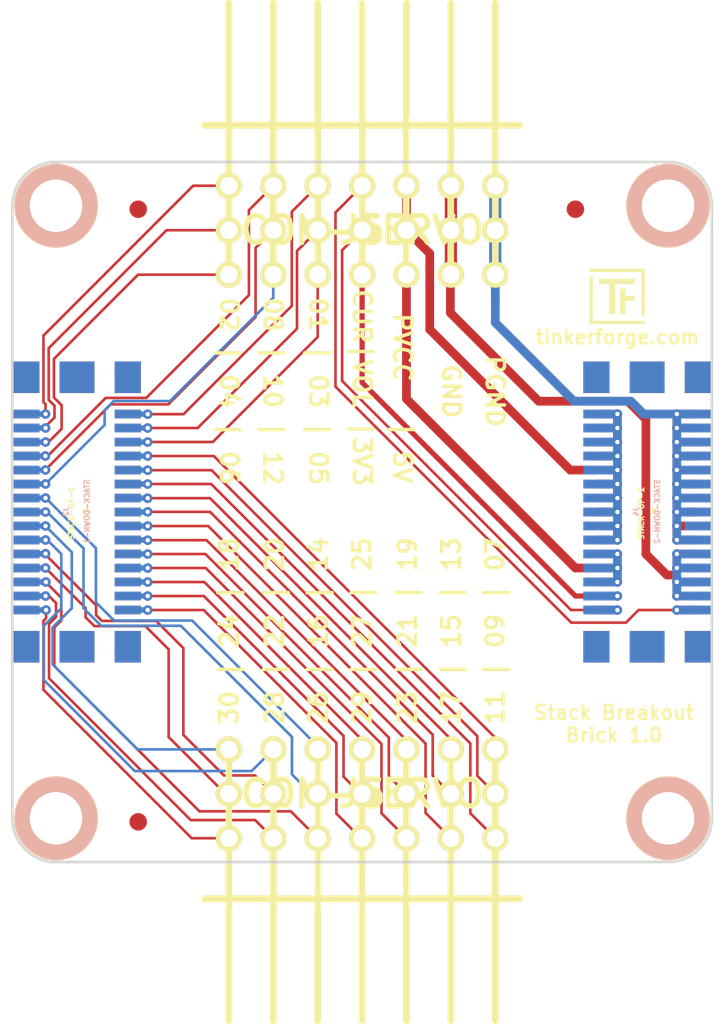
<source format=kicad_pcb>
(kicad_pcb (version 20221018) (generator pcbnew)
  (title_block (title "Stack Breakout Brick") (date "2017-03-02") (rev "1.0") (company "Tinkerforge GmbH") (comment 1 "Licensed under CERN OHL v.1.1") (comment 2 "Copyright (©) 2017, L.Lauer <lukas.lauer@fh-bielefeld.de>"))
  (layers (0 "F.Cu" signal) (31 "B.Cu" signal) (34 "B.Paste" user) (35 "F.Paste" user) (36 "B.SilkS" user "B.Silkscreen") (37 "F.SilkS" user "F.Silkscreen") (38 "B.Mask" user) (39 "F.Mask" user) (44 "Edge.Cuts" user))
  (net 0 "")
  (net 1 "GND")
  (net 2 "EX-1-GP02")
  (net 3 "EX-1-GP01")
  (net 4 "EX-1-GP00")
  (net 5 "EX-0-GP02")
  (net 6 "EX-0-GP01")
  (net 7 "EX-0-GP00")
  (net 8 "EX-SPI-SCLK")
  (net 9 "EX-SPI-MOSI")
  (net 10 "EX-SPI-MISO")
  (net 11 "SYNC/GP/TCK")
  (net 12 "DETECT/TMS")
  (net 13 "RESET")
  (net 14 "SPI-SCLK")
  (net 15 "SPI-MOSI")
  (net 16 "SPI-MISO")
  (net 17 "I2C-SDA")
  (net 18 "I2C-SCL")
  (net 19 "SEL-00")
  (net 20 "SEL-01")
  (net 21 "SEL-02")
  (net 22 "SEL-03")
  (net 23 "SEL-04")
  (net 24 "SEL-05")
  (net 25 "SEL-06")
  (net 26 "SEL-07")
  (net 27 "EX-SEL-00")
  (net 28 "EX-SEL-01")
  (net 29 "EX-SER2-RXD")
  (net 30 "EX-SER2-TXD")
  (net 31 "EX-SER2-RTS")
  (net 32 "CURRENT")
  (net 33 "STACK-PGND")
  (net 34 "STACK-PVCC")
  (net 35 "5V")
  (net 36 "3V3")
  (net 37 "VOLTAGE")
  (footprint "BTB08-ACS-TOP" (layer "F.Cu") (at 123.2 100.8 90)
    (fp_text reference "J1")
    (fp_text value "STACK-UP-1")
  )
  (footprint "BTB08-ACS-TOP" (layer "F.Cu") (at 155.8 100.8 90)
    (fp_text reference "J3")
    (fp_text value "STACK-UP-2")
  )
  (footprint "DRILL_NP" (layer "F.Cu") (at 122 83.3)
    (fp_text reference "U1" hide)
    (fp_text value "DRILL" hide)
  )
  (footprint "DRILL_NP" (layer "F.Cu") (at 157 83.3)
    (fp_text reference "U2" hide)
    (fp_text value "DRILL" hide)
  )
  (footprint "DRILL_NP" (layer "F.Cu") (at 122 118.3)
    (fp_text reference "U3" hide)
    (fp_text value "DRILL" hide)
  )
  (footprint "DRILL_NP" (layer "F.Cu") (at 157 118.3)
    (fp_text reference "U4" hide)
    (fp_text value "DRILL" hide)
  )
  (footprint "CON-Servo" (layer "F.Cu") (at 139.5 116.9)
    (fp_text reference "J5")
    (fp_text value "CON-SERVO")
  )
  (footprint "CON-Servo" (layer "F.Cu") (at 139.5 84.7 180)
    (fp_text reference "J6")
    (fp_text value "CON-SERVO")
  )
  (footprint "kicad-libraries:Logo_31x31" (layer "F.Cu") (at 152.5 86.9)
    (fp_text reference "G***" hide)
    (fp_text value "Logo_31x31" hide)
  )
  (footprint "kicad-libraries:Fiducial_Mark" (layer "F.Cu") (at 126.7 118.5)
    (fp_text reference "Fiducial_Mark" hide)
    (fp_text value "VAL**" hide)
  )
  (footprint "kicad-libraries:Fiducial_Mark" (layer "F.Cu") (at 151.7 83.5)
    (fp_text reference "Fiducial_Mark" hide)
    (fp_text value "VAL**" hide)
  )
  (footprint "kicad-libraries:Fiducial_Mark" (layer "F.Cu") (at 126.7 83.5)
    (fp_text reference "Fiducial_Mark" hide)
    (fp_text value "VAL**" hide)
  )
  (footprint "BTB08-ACS-BTM" (layer "B.Cu") (at 123.2 100.8 -90)
    (fp_text reference "J2")
    (fp_text value "STACK-DOWN-1")
  )
  (footprint "BTB08-ACS-BTM" (layer "B.Cu") (at 155.8 100.8 -90)
    (fp_text reference "J4")
    (fp_text value "STACK-DOWN-2")
  )
  (gr_arc (start 122 120.8) (mid 120.232233 120.067767) (end 119.5 118.3) (stroke (width 0.15)) (layer "Edge.Cuts"))
  (gr_line (start 159.5 83.3) (end 159.5 118.3) (stroke (width 0.15)) (layer "Edge.Cuts"))
  (gr_line (start 122 80.8) (end 157 80.8) (stroke (width 0.15)) (layer "Edge.Cuts"))
  (gr_line (start 119.5 118.3) (end 119.5 83.3) (stroke (width 0.15)) (layer "Edge.Cuts"))
  (gr_arc (start 157 80.8) (mid 158.767767 81.532233) (end 159.5 83.3) (stroke (width 0.15)) (layer "Edge.Cuts"))
  (gr_arc (start 159.5 118.3) (mid 158.767767 120.067767) (end 157 120.8) (stroke (width 0.15)) (layer "Edge.Cuts"))
  (gr_arc (start 119.5 83.3) (mid 120.232233 81.532233) (end 122 80.8) (stroke (width 0.15)) (layer "Edge.Cuts"))
  (gr_line (start 157 120.8) (end 122 120.8) (stroke (width 0.15)) (layer "Edge.Cuts"))
  (gr_text "28 | 22 | 20" (at 134.5 107.6 90) (layer "F.SilkS") (effects (font (size 1 1) (thickness 0.2))))
  (gr_text "CUR|VOL |3V3" (at 139.5 93.7 270) (layer "F.SilkS") (effects (font (size 1 1) (thickness 0.2))))
  (gr_text "01 | 03 | 05" (at 137 93.9 270) (layer "F.SilkS") (effects (font (size 1 1) (thickness 0.2))))
  (gr_text "11 | 09 | 07" (at 147.1 107.6 90) (layer "F.SilkS") (effects (font (size 1 1) (thickness 0.2))))
  (gr_text "PGND" (at 147.1 93.9 270) (layer "F.SilkS") (effects (font (size 1 1) (thickness 0.2))))
  (gr_text "08 | 10 | 12" (at 134.4 93.9 270) (layer "F.SilkS") (effects (font (size 1 1) (thickness 0.2))))
  (gr_text "30 | 24 | 18" (at 131.9 107.6 90) (layer "F.SilkS") (effects (font (size 1 1) (thickness 0.2))))
  (gr_text "17 | 15 | 13" (at 144.6 107.6 90) (layer "F.SilkS") (effects (font (size 1 1) (thickness 0.2))))
  (gr_text "02 | 04 | 06" (at 131.9 93.9 270) (layer "F.SilkS") (effects (font (size 1 1) (thickness 0.2))))
  (gr_text "29 | 27 | 25" (at 139.5 107.6 90) (layer "F.SilkS") (effects (font (size 1 1) (thickness 0.2))))
  (gr_text "Stack Breakout\nBrick 1.0" (at 153.9 112.9) (layer "F.SilkS") (effects (font (size 0.8 0.8))))
  (gr_text "GND" (at 144.6 93.9 270) (layer "F.SilkS") (effects (font (size 1 1) (thickness 0.2))))
  (gr_text "23 | 21 | 19" (at 142.1 107.6 90) (layer "F.SilkS") (effects (font (size 1 1) (thickness 0.2))))
  (gr_text "PVCC   | 5V" (at 141.8 94.3 270) (layer "F.SilkS") (effects (font (size 1 1) (thickness 0.2))))
  (gr_text "26 | 16 | 14" (at 137 107.6 90) (layer "F.SilkS") (effects (font (size 1 1) (thickness 0.2))))
  (gr_text "tinkerforge.com" (at 154.1 90.8) (layer "F.SilkS") (effects (font (size 0.8 0.8))))
  (segment (start 157.50194 105.59806) (end 157.5 105.59612) (width 0.5) (layer "F.Cu") (net 1))
  (segment (start 157.5 105.59612) (end 157.5 104.4) (width 0.5) (layer "F.Cu") (net 1))
  (segment (start 157.5 103.2) (end 157.50224 103.19776) (width 0.5) (layer "F.Cu") (net 1))
  (segment (start 157.5 104.4) (end 157.5 103.2) (width 0.5) (layer "F.Cu") (net 1))
  (segment (start 156.93 104.4) (end 155.73 103.2) (width 0.5) (layer "F.Cu") (net 1))
  (segment (start 155.73 103.2) (end 155.73 95.5) (width 0.5) (layer "F.Cu") (net 1))
  (segment (start 155.73 95.5) (end 154.7 94.47) (width 0.5) (layer "F.Cu") (net 1))
  (segment (start 154.7 94.47) (end 149.6 94.47) (width 0.5) (layer "F.Cu") (net 1))
  (segment (start 149.6 94.47) (end 144.55 89.42) (width 0.5) (layer "F.Cu") (net 1))
  (segment (start 144.55 89.42) (end 144.55 87.25) (width 0.5) (layer "F.Cu") (net 1))
  (segment (start 144.57746 84.7) (end 144.57746 82.16254) (width 0.7) (layer "F.Cu") (net 1))
  (segment (start 157.5 104.4) (end 156.93 104.4) (width 0.5) (layer "F.Cu") (net 1))
  (segment (start 158.69814 105.59806) (end 157.50194 105.59806) (width 0.5) (layer "F.Cu") (net 1))
  (segment (start 158.69814 104.79796) (end 157.5 104.79796) (width 0.5) (layer "F.Cu") (net 1))
  (segment (start 158.69814 103.19776) (end 157.50224 103.19776) (width 0.5) (layer "F.Cu") (net 1))
  (segment (start 144.57746 87.23746) (end 144.57746 84.7) (width 0.7) (layer "F.Cu") (net 1))
  (segment (start 158.69814 103.99786) (end 157.5 103.99786) (width 0.5) (layer "F.Cu") (net 1))
  (via (at 157.5 104.79796) (size 0.55) (drill 0.25) (layers "F.Cu" "B.Cu") (net 1))
  (via (at 157.50194 105.59806) (size 0.55) (drill 0.25) (layers "F.Cu" "B.Cu") (net 1))
  (via (at 157.5 103.99786) (size 0.55) (drill 0.25) (layers "F.Cu" "B.Cu") (net 1))
  (via (at 157.50224 103.19776) (size 0.55) (drill 0.25) (layers "F.Cu" "B.Cu") (net 1))
  (segment (start 157.50224 103.19776) (end 157.5 103.2) (width 0.5) (layer "B.Cu") (net 1))
  (segment (start 157.5 103.99786) (end 157.5 104) (width 0.5) (layer "B.Cu") (net 1))
  (segment (start 157.5 104.79796) (end 157.5 104.8) (width 0.5) (layer "B.Cu") (net 1))
  (segment (start 157.50194 105.59806) (end 157.5 105.6) (width 0.5) (layer "B.Cu") (net 1))
  (segment (start 157.50194 105.59806) (end 157.50224 105.59776) (width 0.5) (layer "B.Cu") (net 1))
  (segment (start 157.50224 105.59776) (end 157.50224 103.19776) (width 0.5) (layer "B.Cu") (net 1))
  (segment (start 157.50224 103.19776) (end 158.69814 103.19776) (width 0.5) (layer "B.Cu") (net 1))
  (segment (start 157.5 103.99786) (end 157.5 104.79796) (width 0.5) (layer "B.Cu") (net 1))
  (segment (start 157.5 104.79796) (end 158.69814 104.79796) (width 0.5) (layer "B.Cu") (net 1))
  (segment (start 158.69814 103.99786) (end 157.5 103.99786) (width 0.5) (layer "B.Cu") (net 1))
  (segment (start 158.69814 105.59806) (end 157.50194 105.59806) (width 0.5) (layer "B.Cu") (net 1))
  (segment (start 127.24 106.4) (end 127.23816 106.39816) (width 0.3) (layer "F.Cu") (net 2))
  (segment (start 127.23816 106.39816) (end 126.09814 106.39816) (width 0.3) (layer "F.Cu") (net 2))
  (segment (start 130.44 106.4) (end 138.03 113.99) (width 0.15) (layer "F.Cu") (net 2))
  (segment (start 138.03 113.99) (end 138.03 118.03) (width 0.15) (layer "F.Cu") (net 2))
  (segment (start 138.03 118.03) (end 139.36 119.36) (width 0.15) (layer "F.Cu") (net 2))
  (segment (start 127.24 106.4) (end 130.44 106.4) (width 0.15) (layer "F.Cu") (net 2))
  (via (at 127.24 106.4) (size 0.55) (drill 0.25) (layers "F.Cu" "B.Cu") (net 2))
  (segment (start 127.23816 106.39816) (end 127.24 106.4) (width 0.3) (layer "B.Cu") (net 2))
  (segment (start 126.09814 106.39816) (end 127.23816 106.39816) (width 0.3) (layer "B.Cu") (net 2))
  (segment (start 127.23806 105.59806) (end 127.24 105.6) (width 0.3) (layer "F.Cu") (net 3))
  (segment (start 130.45 105.6) (end 138.44 113.59) (width 0.15) (layer "F.Cu") (net 3))
  (segment (start 138.44 113.59) (end 138.44 115.92) (width 0.15) (layer "F.Cu") (net 3))
  (segment (start 138.44 115.92) (end 139.43 116.91) (width 0.15) (layer "F.Cu") (net 3))
  (segment (start 127.24 105.6) (end 130.45 105.6) (width 0.15) (layer "F.Cu") (net 3))
  (segment (start 126.09814 105.59806) (end 127.23806 105.59806) (width 0.3) (layer "F.Cu") (net 3))
  (via (at 127.24 105.6) (size 0.55) (drill 0.25) (layers "F.Cu" "B.Cu") (net 3))
  (segment (start 127.24 105.6) (end 127.23806 105.59806) (width 0.3) (layer "B.Cu") (net 3))
  (segment (start 127.23806 105.59806) (end 126.09814 105.59806) (width 0.3) (layer "B.Cu") (net 3))
  (segment (start 127.24 104.8) (end 127.23796 104.79796) (width 0.3) (layer "F.Cu") (net 4))
  (segment (start 127.23796 104.79796) (end 126.09814 104.79796) (width 0.3) (layer "F.Cu") (net 4))
  (segment (start 130.48 104.8) (end 140.03 114.35) (width 0.15) (layer "F.Cu") (net 4))
  (segment (start 140.03 114.35) (end 139.56 114.35) (width 0.15) (layer "F.Cu") (net 4))
  (segment (start 127.24 104.8) (end 130.48 104.8) (width 0.15) (layer "F.Cu") (net 4))
  (via (at 127.24 104.8) (size 0.55) (drill 0.25) (layers "F.Cu" "B.Cu") (net 4))
  (segment (start 127.23796 104.79796) (end 127.24 104.8) (width 0.3) (layer "B.Cu") (net 4))
  (segment (start 126.09814 104.79796) (end 127.23796 104.79796) (width 0.3) (layer "B.Cu") (net 4))
  (segment (start 127.23786 103.99786) (end 127.24 104) (width 0.3) (layer "F.Cu") (net 5))
  (segment (start 130.56 104) (end 140.61 114.05) (width 0.15) (layer "F.Cu") (net 5))
  (segment (start 140.61 114.05) (end 140.61 118.01) (width 0.15) (layer "F.Cu") (net 5))
  (segment (start 140.61 118.01) (end 142.03746 119.43746) (width 0.15) (layer "F.Cu") (net 5))
  (segment (start 127.24 104) (end 130.56 104) (width 0.15) (layer "F.Cu") (net 5))
  (segment (start 126.09814 103.99786) (end 127.23786 103.99786) (width 0.3) (layer "F.Cu") (net 5))
  (via (at 127.24 104) (size 0.55) (drill 0.25) (layers "F.Cu" "B.Cu") (net 5))
  (segment (start 127.24 104) (end 127.23786 103.99786) (width 0.3) (layer "B.Cu") (net 5))
  (segment (start 127.23786 103.99786) (end 126.09814 103.99786) (width 0.3) (layer "B.Cu") (net 5))
  (segment (start 127.24 103.2) (end 127.23776 103.19776) (width 0.3) (layer "F.Cu") (net 6))
  (segment (start 127.23776 103.19776) (end 126.09814 103.19776) (width 0.3) (layer "F.Cu") (net 6))
  (segment (start 130.544266 103.2) (end 141.03 113.685734) (width 0.15) (layer "F.Cu") (net 6))
  (segment (start 141.03 113.685734) (end 141.03 115.89254) (width 0.15) (layer "F.Cu") (net 6))
  (segment (start 141.03 115.89254) (end 142.03746 116.9) (width 0.15) (layer "F.Cu") (net 6))
  (segment (start 127.24 103.2) (end 130.544266 103.2) (width 0.15) (layer "F.Cu") (net 6))
  (via (at 127.24 103.2) (size 0.55) (drill 0.25) (layers "F.Cu" "B.Cu") (net 6))
  (segment (start 127.23776 103.19776) (end 127.24 103.2) (width 0.3) (layer "B.Cu") (net 6))
  (segment (start 126.09814 103.19776) (end 127.23776 103.19776) (width 0.3) (layer "B.Cu") (net 6))
  (segment (start 127.24 102.41) (end 127.22766 102.39766) (width 0.3) (layer "F.Cu") (net 7))
  (segment (start 127.22766 102.39766) (end 126.09814 102.39766) (width 0.3) (layer "F.Cu") (net 7))
  (segment (start 130.61 102.41) (end 142.56254 114.36254) (width 0.15) (layer "F.Cu") (net 7))
  (segment (start 142.56254 114.36254) (end 142.03746 114.36254) (width 0.15) (layer "F.Cu") (net 7))
  (segment (start 127.24 102.41) (end 130.61 102.41) (width 0.15) (layer "F.Cu") (net 7))
  (via (at 127.24 102.41) (size 0.55) (drill 0.25) (layers "F.Cu" "B.Cu") (net 7))
  (segment (start 127.22766 102.39766) (end 127.24 102.41) (width 0.3) (layer "B.Cu") (net 7))
  (segment (start 126.09814 102.39766) (end 127.22766 102.39766) (width 0.3) (layer "B.Cu") (net 7))
  (segment (start 127.23756 101.59756) (end 127.24 101.6) (width 0.3) (layer "F.Cu") (net 8))
  (segment (start 130.7 101.6) (end 143.13 114.03) (width 0.15) (layer "F.Cu") (net 8))
  (segment (start 143.13 114.03) (end 143.13 117.99) (width 0.15) (layer "F.Cu") (net 8))
  (segment (start 143.13 117.99) (end 144.57746 119.43746) (width 0.15) (layer "F.Cu") (net 8))
  (segment (start 127.24 101.6) (end 130.7 101.6) (width 0.15) (layer "F.Cu") (net 8))
  (segment (start 126.09814 101.59756) (end 127.23756 101.59756) (width 0.3) (layer "F.Cu") (net 8))
  (via (at 127.24 101.6) (size 0.55) (drill 0.25) (layers "F.Cu" "B.Cu") (net 8))
  (segment (start 127.24 101.6) (end 127.23756 101.59756) (width 0.3) (layer "B.Cu") (net 8))
  (segment (start 127.23756 101.59756) (end 126.09814 101.59756) (width 0.3) (layer "B.Cu") (net 8))
  (segment (start 127.24 100.79) (end 127.23 100.8) (width 0.3) (layer "F.Cu") (net 9))
  (segment (start 127.23 100.8) (end 126.09814 100.8) (width 0.3) (layer "F.Cu") (net 9))
  (segment (start 130.804266 100.79) (end 143.54 113.525734) (width 0.15) (layer "F.Cu") (net 9))
  (segment (start 143.54 113.525734) (end 143.54 115.86254) (width 0.15) (layer "F.Cu") (net 9))
  (segment (start 143.54 115.86254) (end 144.57746 116.9) (width 0.15) (layer "F.Cu") (net 9))
  (segment (start 127.24 100.79) (end 130.804266 100.79) (width 0.15) (layer "F.Cu") (net 9))
  (via (at 127.24 100.79) (size 0.55) (drill 0.25) (layers "F.Cu" "B.Cu") (net 9))
  (segment (start 127.23 100.8) (end 127.24 100.79) (width 0.3) (layer "B.Cu") (net 9))
  (segment (start 126.09814 100.8) (end 127.23 100.8) (width 0.3) (layer "B.Cu") (net 9))
  (segment (start 127.23244 100.00244) (end 127.24 100.01) (width 0.3) (layer "F.Cu") (net 10))
  (segment (start 130.808532 100.01) (end 145.161072 114.36254) (width 0.15) (layer "F.Cu") (net 10))
  (segment (start 145.161072 114.36254) (end 144.57746 114.36254) (width 0.15) (layer "F.Cu") (net 10))
  (segment (start 127.24 100.01) (end 130.808532 100.01) (width 0.15) (layer "F.Cu") (net 10))
  (segment (start 126.09814 100.00244) (end 127.23244 100.00244) (width 0.3) (layer "F.Cu") (net 10))
  (via (at 127.24 100.01) (size 0.55) (drill 0.25) (layers "F.Cu" "B.Cu") (net 10))
  (segment (start 127.24 100.01) (end 127.23244 100.00244) (width 0.3) (layer "B.Cu") (net 10))
  (segment (start 127.23244 100.00244) (end 126.09814 100.00244) (width 0.3) (layer "B.Cu") (net 10))
  (segment (start 127.24 99.2) (end 127.23766 99.20234) (width 0.3) (layer "F.Cu") (net 11))
  (segment (start 127.23766 99.20234) (end 126.09814 99.20234) (width 0.3) (layer "F.Cu") (net 11))
  (segment (start 130.87 99.2) (end 145.69 114.02) (width 0.15) (layer "F.Cu") (net 11))
  (segment (start 145.69 114.02) (end 145.69 118.01) (width 0.15) (layer "F.Cu") (net 11))
  (segment (start 145.69 118.01) (end 147.12 119.44) (width 0.15) (layer "F.Cu") (net 11))
  (segment (start 127.24 99.2) (end 130.87 99.2) (width 0.15) (layer "F.Cu") (net 11))
  (via (at 127.24 99.2) (size 0.55) (drill 0.25) (layers "F.Cu" "B.Cu") (net 11))
  (segment (start 127.23766 99.20234) (end 127.24 99.2) (width 0.3) (layer "B.Cu") (net 11))
  (segment (start 126.09814 99.20234) (end 127.23766 99.20234) (width 0.3) (layer "B.Cu") (net 11))
  (segment (start 127.23224 98.40224) (end 127.24 98.41) (width 0.3) (layer "F.Cu") (net 12))
  (segment (start 130.894266 98.41) (end 146.090002 113.605736) (width 0.15) (layer "F.Cu") (net 12))
  (segment (start 146.090002 113.605736) (end 146.090002 115.870002) (width 0.15) (layer "F.Cu") (net 12))
  (segment (start 146.090002 115.870002) (end 147.12 116.9) (width 0.15) (layer "F.Cu") (net 12))
  (segment (start 127.24 98.41) (end 130.894266 98.41) (width 0.15) (layer "F.Cu") (net 12))
  (segment (start 126.09814 98.40224) (end 127.23224 98.40224) (width 0.3) (layer "F.Cu") (net 12))
  (via (at 127.24 98.41) (size 0.55) (drill 0.25) (layers "F.Cu" "B.Cu") (net 12))
  (segment (start 127.24 98.41) (end 127.23224 98.40224) (width 0.3) (layer "B.Cu") (net 12))
  (segment (start 127.23224 98.40224) (end 126.09814 98.40224) (width 0.3) (layer "B.Cu") (net 12))
  (segment (start 127.24 97.6) (end 127.23786 97.60214) (width 0.3) (layer "F.Cu") (net 13))
  (segment (start 127.23786 97.60214) (end 126.09814 97.60214) (width 0.3) (layer "F.Cu") (net 13))
  (segment (start 131.018532 97.6) (end 147.778532 114.36) (width 0.15) (layer "F.Cu") (net 13))
  (segment (start 147.778532 114.36) (end 147.12 114.36) (width 0.15) (layer "F.Cu") (net 13))
  (segment (start 127.24 97.6) (end 131.018532 97.6) (width 0.15) (layer "F.Cu") (net 13))
  (via (at 127.24 97.6) (size 0.55) (drill 0.25) (layers "F.Cu" "B.Cu") (net 13))
  (segment (start 127.23786 97.60214) (end 127.24 97.6) (width 0.3) (layer "B.Cu") (net 13))
  (segment (start 126.09814 97.60214) (end 127.23786 97.60214) (width 0.3) (layer "B.Cu") (net 13))
  (segment (start 127.23796 96.80204) (end 127.24 96.8) (width 0.3) (layer "F.Cu") (net 14))
  (segment (start 137.38254 87.23746) (end 136.96254 87.23746) (width 0.15) (layer "F.Cu") (net 14))
  (segment (start 130.96 96.8) (end 136.96254 90.79746) (width 0.15) (layer "F.Cu") (net 14))
  (segment (start 136.96254 90.79746) (end 136.96254 87.23746) (width 0.15) (layer "F.Cu") (net 14))
  (segment (start 127.24 96.8) (end 130.96 96.8) (width 0.15) (layer "F.Cu") (net 14))
  (segment (start 126.09814 96.80204) (end 127.23796 96.80204) (width 0.3) (layer "F.Cu") (net 14))
  (via (at 127.24 96.8) (size 0.55) (drill 0.25) (layers "F.Cu" "B.Cu") (net 14))
  (segment (start 127.24 96.8) (end 127.23796 96.80204) (width 0.3) (layer "B.Cu") (net 14))
  (segment (start 127.23796 96.80204) (end 126.09814 96.80204) (width 0.3) (layer "B.Cu") (net 14))
  (segment (start 127.24 96) (end 127.23806 96.00194) (width 0.3) (layer "F.Cu") (net 15))
  (segment (start 127.23806 96.00194) (end 126.09814 96.00194) (width 0.3) (layer "F.Cu") (net 15))
  (segment (start 130.1 96) (end 135.780002 90.319998) (width 0.15) (layer "F.Cu") (net 15))
  (segment (start 135.780002 90.319998) (end 135.780002 85.882538) (width 0.15) (layer "F.Cu") (net 15))
  (segment (start 135.780002 85.882538) (end 136.96254 84.7) (width 0.15) (layer "F.Cu") (net 15))
  (segment (start 127.24 96) (end 130.1 96) (width 0.15) (layer "F.Cu") (net 15))
  (via (at 127.24 96) (size 0.55) (drill 0.25) (layers "F.Cu" "B.Cu") (net 15))
  (segment (start 127.23806 96.00194) (end 127.24 96) (width 0.3) (layer "B.Cu") (net 15))
  (segment (start 126.09814 96.00194) (end 127.23806 96.00194) (width 0.3) (layer "B.Cu") (net 15))
  (segment (start 127.23184 95.20184) (end 127.24 95.21) (width 0.3) (layer "F.Cu") (net 16))
  (segment (start 129.29 95.21) (end 135.48 89.02) (width 0.15) (layer "F.Cu") (net 16))
  (segment (start 135.48 89.02) (end 135.48 83.64508) (width 0.15) (layer "F.Cu") (net 16))
  (segment (start 135.48 83.64508) (end 136.96254 82.16254) (width 0.15) (layer "F.Cu") (net 16))
  (segment (start 127.24 95.21) (end 129.29 95.21) (width 0.15) (layer "F.Cu") (net 16))
  (segment (start 126.09814 95.20184) (end 127.23184 95.20184) (width 0.3) (layer "F.Cu") (net 16))
  (via (at 127.24 95.21) (size 0.55) (drill 0.25) (layers "F.Cu" "B.Cu") (net 16))
  (segment (start 127.24 95.21) (end 127.23184 95.20184) (width 0.3) (layer "B.Cu") (net 16))
  (segment (start 127.23184 95.20184) (end 126.09814 95.20184) (width 0.3) (layer "B.Cu") (net 16))
  (segment (start 121.39816 95.20184) (end 121.4 95.2) (width 0.3) (layer "F.Cu") (net 17))
  (segment (start 121.4 94.64) (end 121.28 94.52) (width 0.15) (layer "F.Cu") (net 17))
  (segment (start 121.28 94.52) (end 121.28 91.55) (width 0.15) (layer "F.Cu") (net 17))
  (segment (start 121.28 91.55) (end 121.28 91.53) (width 0.15) (layer "F.Cu") (net 17))
  (segment (start 121.28 90.72) (end 129.84 82.16) (width 0.15) (layer "F.Cu") (net 17))
  (segment (start 129.84 82.16) (end 131.96 82.16) (width 0.15) (layer "F.Cu") (net 17))
  (segment (start 120.30186 95.20184) (end 121.39816 95.20184) (width 0.3) (layer "F.Cu") (net 17))
  (segment (start 121.28 91.55) (end 121.28 90.72) (width 0.15) (layer "F.Cu") (net 17))
  (segment (start 121.4 95.2) (end 121.4 94.64) (width 0.15) (layer "F.Cu") (net 17))
  (via (at 121.4 95.2) (size 0.55) (drill 0.25) (layers "F.Cu" "B.Cu") (net 17))
  (segment (start 121.4 95.2) (end 121.39816 95.20184) (width 0.3) (layer "B.Cu") (net 17))
  (segment (start 121.39816 95.20184) (end 120.30186 95.20184) (width 0.3) (layer "B.Cu") (net 17))
  (segment (start 121.4 96) (end 121.39806 96.00194) (width 0.3) (layer "F.Cu") (net 18))
  (segment (start 121.39806 96.00194) (end 120.30186 96.00194) (width 0.3) (layer "F.Cu") (net 18))
  (segment (start 121.4 95.91) (end 121.91 95.4) (width 0.15) (layer "F.Cu") (net 18))
  (segment (start 121.91 95.4) (end 121.91 94.725734) (width 0.15) (layer "F.Cu") (net 18))
  (segment (start 121.91 94.725734) (end 121.580002 94.395736) (width 0.15) (layer "F.Cu") (net 18))
  (segment (start 121.580002 94.395736) (end 121.580002 91.54) (width 0.15) (layer "F.Cu") (net 18))
  (segment (start 121.580002 91.54) (end 121.580002 91.56) (width 0.15) (layer "F.Cu") (net 18))
  (segment (start 121.580002 91.439998) (end 128.32 84.7) (width 0.15) (layer "F.Cu") (net 18))
  (segment (start 128.32 84.7) (end 131.91 84.7) (width 0.15) (layer "F.Cu") (net 18))
  (segment (start 121.580002 91.54) (end 121.580002 91.439998) (width 0.15) (layer "F.Cu") (net 18))
  (segment (start 121.4 96) (end 121.4 95.91) (width 0.15) (layer "F.Cu") (net 18))
  (via (at 121.4 96) (size 0.55) (drill 0.25) (layers "F.Cu" "B.Cu") (net 18))
  (segment (start 121.39806 96.00194) (end 121.4 96) (width 0.3) (layer "B.Cu") (net 18))
  (segment (start 120.30186 96.00194) (end 121.39806 96.00194) (width 0.3) (layer "B.Cu") (net 18))
  (segment (start 121.39796 96.80204) (end 121.4 96.8) (width 0.3) (layer "F.Cu") (net 19))
  (segment (start 121.57 96.8) (end 122.32 96.05) (width 0.15) (layer "F.Cu") (net 19))
  (segment (start 122.32 96.05) (end 122.32 94.699996) (width 0.15) (layer "F.Cu") (net 19))
  (segment (start 122.32 94.699996) (end 121.880004 94.26) (width 0.15) (layer "F.Cu") (net 19))
  (segment (start 121.880004 94.26) (end 121.880004 92.049996) (width 0.15) (layer "F.Cu") (net 19))
  (segment (start 121.880004 92.049996) (end 126.69 87.24) (width 0.15) (layer "F.Cu") (net 19))
  (segment (start 126.69 87.24) (end 131.88 87.24) (width 0.15) (layer "F.Cu") (net 19))
  (segment (start 121.4 96.8) (end 121.57 96.8) (width 0.15) (layer "F.Cu") (net 19))
  (segment (start 120.30186 96.80204) (end 121.39796 96.80204) (width 0.3) (layer "F.Cu") (net 19))
  (via (at 121.4 96.8) (size 0.55) (drill 0.25) (layers "F.Cu" "B.Cu") (net 19))
  (segment (start 121.4 96.8) (end 121.39796 96.80204) (width 0.3) (layer "B.Cu") (net 19))
  (segment (start 121.39796 96.80204) (end 120.30186 96.80204) (width 0.3) (layer "B.Cu") (net 19))
  (segment (start 121.39 97.6) (end 121.38786 97.60214) (width 0.3) (layer "F.Cu") (net 20))
  (segment (start 121.38786 97.60214) (end 120.30186 97.60214) (width 0.3) (layer "F.Cu") (net 20))
  (segment (start 121.52 97.6) (end 124.84 94.28) (width 0.15) (layer "F.Cu") (net 20))
  (segment (start 124.84 94.28) (end 126.96 94.28) (width 0.15) (layer "F.Cu") (net 20))
  (segment (start 127.16 94.28) (end 133.03 88.41) (width 0.15) (layer "F.Cu") (net 20))
  (segment (start 133.03 88.41) (end 133.03 83.55508) (width 0.15) (layer "F.Cu") (net 20))
  (segment (start 133.03 83.55508) (end 134.43754 82.14754) (width 0.15) (layer "F.Cu") (net 20))
  (segment (start 121.39 97.6) (end 121.52 97.6) (width 0.15) (layer "F.Cu") (net 20))
  (segment (start 126.96 94.28) (end 127.16 94.28) (width 0.15) (layer "F.Cu") (net 20))
  (via (at 121.39 97.6) (size 0.55) (drill 0.25) (layers "F.Cu" "B.Cu") (net 20))
  (segment (start 121.38786 97.60214) (end 121.39 97.6) (width 0.3) (layer "B.Cu") (net 20))
  (segment (start 120.30186 97.60214) (end 121.38786 97.60214) (width 0.3) (layer "B.Cu") (net 20))
  (segment (start 121.39776 98.40224) (end 121.4 98.4) (width 0.3) (layer "F.Cu") (net 21))
  (segment (start 121.4 98.38) (end 125.13 94.65) (width 0.15) (layer "F.Cu") (net 21))
  (segment (start 125.13 94.65) (end 128.42 94.65) (width 0.15) (layer "F.Cu") (net 21))
  (segment (start 128.42 94.65) (end 133.41 89.66) (width 0.15) (layer "F.Cu") (net 21))
  (segment (start 133.41 89.66) (end 133.41 85.71254) (width 0.15) (layer "F.Cu") (net 21))
  (segment (start 133.41 85.71254) (end 134.42254 84.7) (width 0.15) (layer "F.Cu") (net 21))
  (segment (start 121.4 98.4) (end 121.4 98.38) (width 0.15) (layer "F.Cu") (net 21))
  (segment (start 120.30186 98.40224) (end 121.39776 98.40224) (width 0.3) (layer "F.Cu") (net 21))
  (via (at 121.4 98.4) (size 0.55) (drill 0.25) (layers "F.Cu" "B.Cu") (net 21))
  (segment (start 121.4 98.4) (end 121.39776 98.40224) (width 0.3) (layer "B.Cu") (net 21))
  (segment (start 121.39776 98.40224) (end 120.30186 98.40224) (width 0.3) (layer "B.Cu") (net 21))
  (segment (start 121.4 99.2) (end 121.39766 99.20234) (width 0.3) (layer "F.Cu") (net 22))
  (segment (start 121.39766 99.20234) (end 120.30186 99.20234) (width 0.3) (layer "F.Cu") (net 22))
  (via (at 121.4 99.2) (size 0.55) (drill 0.25) (layers "F.Cu" "B.Cu") (net 22))
  (segment (start 121.39766 99.20234) (end 121.4 99.2) (width 0.3) (layer "B.Cu") (net 22))
  (segment (start 124.78 95.82) (end 124.78 94.98) (width 0.15) (layer "B.Cu") (net 22))
  (segment (start 124.78 94.98) (end 125.3 94.46) (width 0.15) (layer "B.Cu") (net 22))
  (segment (start 125.3 94.46) (end 127.44 94.46) (width 0.15) (layer "B.Cu") (net 22))
  (segment (start 128.52 94.46) (end 134.42254 88.55746) (width 0.15) (layer "B.Cu") (net 22))
  (segment (start 134.42254 88.55746) (end 134.42254 87.21746) (width 0.15) (layer "B.Cu") (net 22))
  (segment (start 120.30186 99.20234) (end 121.39766 99.20234) (width 0.3) (layer "B.Cu") (net 22))
  (segment (start 127.44 94.46) (end 128.52 94.46) (width 0.15) (layer "B.Cu") (net 22))
  (segment (start 121.4 99.2) (end 124.78 95.82) (width 0.15) (layer "B.Cu") (net 22))
  (segment (start 121.39756 100.00244) (end 121.4 100) (width 0.3) (layer "F.Cu") (net 23))
  (segment (start 120.30186 100.00244) (end 121.39756 100.00244) (width 0.3) (layer "F.Cu") (net 23))
  (via (at 121.4 100) (size 0.55) (drill 0.25) (layers "F.Cu" "B.Cu") (net 23))
  (segment (start 121.4 100) (end 121.39756 100.00244) (width 0.3) (layer "B.Cu") (net 23))
  (segment (start 121.39756 100.00244) (end 120.30186 100.00244) (width 0.3) (layer "B.Cu") (net 23))
  (segment (start 121.41 100) (end 124.28 102.87) (width 0.15) (layer "B.Cu") (net 23))
  (segment (start 124.28 102.87) (end 124.28 105.959998) (width 0.15) (layer "B.Cu") (net 23))
  (segment (start 124.28 105.959998) (end 125.32 106.999998) (width 0.15) (layer "B.Cu") (net 23))
  (segment (start 125.32 106.999998) (end 129.779998 106.999998) (width 0.15) (layer "B.Cu") (net 23))
  (segment (start 129.779998 106.999998) (end 137.14254 114.36254) (width 0.15) (layer "B.Cu") (net 23))
  (segment (start 137.14254 114.36254) (end 136.96254 114.36254) (width 0.15) (layer "B.Cu") (net 23))
  (segment (start 121.4 100) (end 121.41 100) (width 0.15) (layer "B.Cu") (net 23))
  (segment (start 121.4 100.8) (end 120.30186 100.8) (width 0.3) (layer "F.Cu") (net 24))
  (via (at 121.4 100.8) (size 0.55) (drill 0.25) (layers "F.Cu" "B.Cu") (net 24))
  (segment (start 121.49 100.8) (end 123.57 102.88) (width 0.15) (layer "B.Cu") (net 24))
  (segment (start 123.57 102.88) (end 123.57 106.29) (width 0.15) (layer "B.Cu") (net 24))
  (segment (start 123.57 106.29) (end 124.58 107.3) (width 0.15) (layer "B.Cu") (net 24))
  (segment (start 124.58 107.3) (end 129.14 107.3) (width 0.15) (layer "B.Cu") (net 24))
  (segment (start 129.14 107.3) (end 135.49 113.65) (width 0.15) (layer "B.Cu") (net 24))
  (segment (start 135.49 113.65) (end 135.49 115.79) (width 0.15) (layer "B.Cu") (net 24))
  (segment (start 135.49 115.79) (end 136.96254 117.26254) (width 0.15) (layer "B.Cu") (net 24))
  (segment (start 136.96254 117.26254) (end 136.96254 116.9) (width 0.15) (layer "B.Cu") (net 24))
  (segment (start 121.4 100.8) (end 121.49 100.8) (width 0.15) (layer "B.Cu") (net 24))
  (segment (start 120.30186 100.8) (end 121.4 100.8) (width 0.3) (layer "B.Cu") (net 24))
  (segment (start 121.39756 101.59756) (end 121.4 101.6) (width 0.3) (layer "F.Cu") (net 25))
  (segment (start 120.30186 101.59756) (end 121.39756 101.59756) (width 0.3) (layer "F.Cu") (net 25))
  (via (at 121.4 101.6) (size 0.55) (drill 0.25) (layers "F.Cu" "B.Cu") (net 25))
  (segment (start 121.4 101.6) (end 121.39756 101.59756) (width 0.3) (layer "B.Cu") (net 25))
  (segment (start 121.39756 101.59756) (end 120.30186 101.59756) (width 0.3) (layer "B.Cu") (net 25))
  (segment (start 122.9 103.1) (end 122.9 106.3) (width 0.15) (layer "B.Cu") (net 25))
  (segment (start 122.9 106.3) (end 121.8 107.4) (width 0.15) (layer "B.Cu") (net 25))
  (segment (start 121.8 107.4) (end 121.8 109.5) (width 0.15) (layer "B.Cu") (net 25))
  (segment (start 121.8 109.5) (end 126.66254 114.36254) (width 0.15) (layer "B.Cu") (net 25))
  (segment (start 126.66254 114.36254) (end 131.88254 114.36254) (width 0.15) (layer "B.Cu") (net 25))
  (segment (start 121.4 101.6) (end 122.9 103.1) (width 0.15) (layer "B.Cu") (net 25))
  (segment (start 121.4 102.4) (end 121.39766 102.39766) (width 0.3) (layer "F.Cu") (net 26))
  (segment (start 121.39766 102.39766) (end 120.30186 102.39766) (width 0.3) (layer "F.Cu") (net 26))
  (via (at 121.4 102.4) (size 0.55) (drill 0.25) (layers "F.Cu" "B.Cu") (net 26))
  (segment (start 121.39766 102.39766) (end 121.4 102.4) (width 0.3) (layer "B.Cu") (net 26))
  (segment (start 121.5 102.4) (end 122.3 103.2) (width 0.15) (layer "B.Cu") (net 26))
  (segment (start 122.3 103.2) (end 122.3 106.3) (width 0.15) (layer "B.Cu") (net 26))
  (segment (start 122.3 106.3) (end 121.3 107.3) (width 0.15) (layer "B.Cu") (net 26))
  (segment (start 121.3 107.3) (end 121.3 110.4) (width 0.15) (layer "B.Cu") (net 26))
  (segment (start 121.3 110.4) (end 126.5 115.6) (width 0.15) (layer "B.Cu") (net 26))
  (segment (start 126.5 115.6) (end 133.18508 115.6) (width 0.15) (layer "B.Cu") (net 26))
  (segment (start 133.18508 115.6) (end 134.42254 114.36254) (width 0.15) (layer "B.Cu") (net 26))
  (segment (start 120.30186 102.39766) (end 121.39766 102.39766) (width 0.3) (layer "B.Cu") (net 26))
  (segment (start 121.4 102.4) (end 121.5 102.4) (width 0.15) (layer "B.Cu") (net 26))
  (segment (start 121.38224 103.19776) (end 121.4 103.18) (width 0.3) (layer "F.Cu") (net 27))
  (segment (start 121.4 103.24) (end 124.292133 106.132133) (width 0.15) (layer "F.Cu") (net 27))
  (segment (start 124.292133 106.132133) (end 124.292133 106.692131) (width 0.15) (layer "F.Cu") (net 27))
  (segment (start 124.292133 106.692131) (end 124.620002 107.02) (width 0.15) (layer "F.Cu") (net 27))
  (segment (start 124.620002 107.02) (end 126.9 107.02) (width 0.15) (layer "F.Cu") (net 27))
  (segment (start 126.9 107.02) (end 126.93 107.02) (width 0.15) (layer "F.Cu") (net 27))
  (segment (start 127.724266 107.02) (end 129.28 108.575734) (width 0.15) (layer "F.Cu") (net 27))
  (segment (start 129.28 108.575734) (end 129.28 113.53) (width 0.15) (layer "F.Cu") (net 27))
  (segment (start 129.28 113.53) (end 131.6 115.85) (width 0.15) (layer "F.Cu") (net 27))
  (segment (start 131.6 115.85) (end 133.37254 115.85) (width 0.15) (layer "F.Cu") (net 27))
  (segment (start 133.37254 115.85) (end 134.42254 116.9) (width 0.15) (layer "F.Cu") (net 27))
  (segment (start 121.4 103.18) (end 121.4 103.24) (width 0.15) (layer "F.Cu") (net 27))
  (segment (start 121.38224 103.19776) (end 120.30186 103.19776) (width 0.3) (layer "F.Cu") (net 27))
  (segment (start 120.30186 103.19776) (end 120.98776 103.19776) (width 0.15) (layer "F.Cu") (net 27))
  (segment (start 126.9 107.02) (end 127.724266 107.02) (width 0.15) (layer "F.Cu") (net 27))
  (via (at 121.4 103.18) (size 0.55) (drill 0.25) (layers "F.Cu" "B.Cu") (net 27))
  (segment (start 120.31962 103.18) (end 120.30186 103.19776) (width 0.3) (layer "B.Cu") (net 27))
  (segment (start 120.31962 103.18) (end 121.4 103.18) (width 0.3) (layer "B.Cu") (net 27))
  (segment (start 121.39786 103.99786) (end 121.4 104) (width 0.15) (layer "F.Cu") (net 28))
  (segment (start 123.69 106.29) (end 123.69 106.814264) (width 0.15) (layer "F.Cu") (net 28))
  (segment (start 123.69 106.814264) (end 124.195738 107.320002) (width 0.15) (layer "F.Cu") (net 28))
  (segment (start 124.195738 107.320002) (end 127.110002 107.320002) (width 0.15) (layer "F.Cu") (net 28))
  (segment (start 127.110002 107.320002) (end 128.44 108.65) (width 0.15) (layer "F.Cu") (net 28))
  (segment (start 128.44 108.65) (end 128.44 113.66) (width 0.15) (layer "F.Cu") (net 28))
  (segment (start 128.44 113.66) (end 131.74 116.96) (width 0.15) (layer "F.Cu") (net 28))
  (segment (start 131.82254 116.96) (end 131.88254 116.9) (width 0.15) (layer "F.Cu") (net 28))
  (segment (start 121.4 104) (end 123.69 106.29) (width 0.15) (layer "F.Cu") (net 28))
  (segment (start 121.39786 103.99786) (end 120.30186 103.99786) (width 0.3) (layer "F.Cu") (net 28))
  (via (at 121.4 104) (size 0.55) (drill 0.25) (layers "F.Cu" "B.Cu") (net 28))
  (segment (start 120.304 104) (end 120.30186 103.99786) (width 0.15) (layer "B.Cu") (net 28))
  (segment (start 120.304 104) (end 121.4 104) (width 0.3) (layer "B.Cu") (net 28))
  (segment (start 120.3039 104.8) (end 120.30186 104.79796) (width 0.3) (layer "F.Cu") (net 29))
  (segment (start 121.42 104.82) (end 122.3 105.7) (width 0.15) (layer "F.Cu") (net 29))
  (segment (start 122.3 105.7) (end 122.3 107) (width 0.15) (layer "F.Cu") (net 29))
  (segment (start 122.3 107) (end 121.9 107.4) (width 0.15) (layer "F.Cu") (net 29))
  (segment (start 121.9 107.4) (end 121.9 109.6) (width 0.15) (layer "F.Cu") (net 29))
  (segment (start 121.9 109.6) (end 130.2 117.9) (width 0.15) (layer "F.Cu") (net 29))
  (segment (start 130.2 117.9) (end 135.42508 117.9) (width 0.15) (layer "F.Cu") (net 29))
  (segment (start 135.42508 117.9) (end 136.96254 119.43746) (width 0.15) (layer "F.Cu") (net 29))
  (segment (start 120.3039 104.8) (end 121.42 104.8) (width 0.3) (layer "F.Cu") (net 29))
  (segment (start 121.42 104.8) (end 121.42 104.82) (width 0.15) (layer "F.Cu") (net 29))
  (via (at 121.42 104.8) (size 0.55) (drill 0.25) (layers "F.Cu" "B.Cu") (net 29))
  (segment (start 121.41796 104.79796) (end 121.42 104.8) (width 0.15) (layer "B.Cu") (net 29))
  (segment (start 121.41796 104.79796) (end 120.30186 104.79796) (width 0.3) (layer "B.Cu") (net 29))
  (segment (start 121.39806 105.59806) (end 121.4 105.6) (width 0.15) (layer "F.Cu") (net 30))
  (segment (start 121.6 105.6) (end 121.999998 105.999998) (width 0.15) (layer "F.Cu") (net 30))
  (segment (start 121.999998 105.999998) (end 121.999998 106.800002) (width 0.15) (layer "F.Cu") (net 30))
  (segment (start 121.999998 106.800002) (end 121.599998 107.200002) (width 0.15) (layer "F.Cu") (net 30))
  (segment (start 121.599998 107.200002) (end 121.599998 110.299998) (width 0.15) (layer "F.Cu") (net 30))
  (segment (start 121.599998 110.299998) (end 129.7 118.4) (width 0.15) (layer "F.Cu") (net 30))
  (segment (start 129.7 118.4) (end 133.38508 118.4) (width 0.15) (layer "F.Cu") (net 30))
  (segment (start 133.38508 118.4) (end 134.42254 119.43746) (width 0.15) (layer "F.Cu") (net 30))
  (segment (start 121.39806 105.59806) (end 120.30186 105.59806) (width 0.3) (layer "F.Cu") (net 30))
  (segment (start 121.4 105.6) (end 121.6 105.6) (width 0.15) (layer "F.Cu") (net 30))
  (via (at 121.4 105.6) (size 0.55) (drill 0.25) (layers "F.Cu" "B.Cu") (net 30))
  (segment (start 120.3038 105.6) (end 120.30186 105.59806) (width 0.15) (layer "B.Cu") (net 30))
  (segment (start 120.3038 105.6) (end 121.4 105.6) (width 0.3) (layer "B.Cu") (net 30))
  (segment (start 121.42816 106.39816) (end 121.43 106.4) (width 0.15) (layer "F.Cu") (net 31))
  (segment (start 121.43 106.87) (end 121.28 107.02) (width 0.15) (layer "F.Cu") (net 31))
  (segment (start 121.28 107.02) (end 121.28 110.71) (width 0.15) (layer "F.Cu") (net 31))
  (segment (start 121.28 110.96) (end 129.75746 119.43746) (width 0.15) (layer "F.Cu") (net 31))
  (segment (start 129.75746 119.43746) (end 131.88254 119.43746) (width 0.15) (layer "F.Cu") (net 31))
  (segment (start 121.28 110.71) (end 121.28 110.96) (width 0.15) (layer "F.Cu") (net 31))
  (segment (start 121.43 106.4) (end 121.43 106.87) (width 0.15) (layer "F.Cu") (net 31))
  (segment (start 120.30186 106.39816) (end 120.49816 106.39816) (width 0.15) (layer "F.Cu") (net 31))
  (segment (start 121.42816 106.39816) (end 120.30186 106.39816) (width 0.3) (layer "F.Cu") (net 31))
  (via (at 121.43 106.4) (size 0.55) (drill 0.25) (layers "F.Cu" "B.Cu") (net 31))
  (segment (start 120.3037 106.4) (end 120.30186 106.39816) (width 0.15) (layer "B.Cu") (net 31))
  (segment (start 120.3037 106.4) (end 121.43 106.4) (width 0.3) (layer "B.Cu") (net 31))
  (segment (start 157.50184 106.39816) (end 157.5 106.4) (width 0.5) (layer "F.Cu") (net 32))
  (segment (start 155.31 106.4) (end 154.59 107.12) (width 0.15) (layer "F.Cu") (net 32))
  (segment (start 154.59 107.12) (end 151.46 107.12) (width 0.15) (layer "F.Cu") (net 32))
  (segment (start 151.46 107.12) (end 137.98 93.64) (width 0.15) (layer "F.Cu") (net 32))
  (segment (start 137.98 93.64) (end 137.98 83.68508) (width 0.15) (layer "F.Cu") (net 32))
  (segment (start 137.98 83.68508) (end 139.54754 82.11754) (width 0.15) (layer "F.Cu") (net 32))
  (segment (start 157.5 106.4) (end 155.31 106.4) (width 0.15) (layer "F.Cu") (net 32))
  (segment (start 158.69814 106.39816) (end 157.50184 106.39816) (width 0.5) (layer "F.Cu") (net 32))
  (via (at 157.5 106.4) (size 0.55) (drill 0.25) (layers "F.Cu" "B.Cu") (net 32))
  (segment (start 157.50184 106.39816) (end 157.5 106.4) (width 0.5) (layer "B.Cu") (net 32))
  (segment (start 158.69814 106.39816) (end 157.50184 106.39816) (width 0.5) (layer "B.Cu") (net 32))
  (segment (start 157.50234 102.39766) (end 157.5 102.39532) (width 0.5) (layer "F.Cu") (net 33))
  (segment (start 157.5 102.39532) (end 157.5 95.2) (width 0.5) (layer "F.Cu") (net 33))
  (segment (start 157.5 95.2) (end 157.50184 95.20184) (width 0.5) (layer "F.Cu") (net 33))
  (segment (start 158.69814 98.40224) (end 157.5 98.40224) (width 0.5) (layer "F.Cu") (net 33))
  (segment (start 158.69814 97.60214) (end 157.5 97.60214) (width 0.5) (layer "F.Cu") (net 33))
  (segment (start 158.69814 95.20184) (end 157.50184 95.20184) (width 0.5) (layer "F.Cu") (net 33))
  (segment (start 157.5 100.8) (end 158.69814 100.8) (width 0.5) (layer "F.Cu") (net 33))
  (segment (start 158.69814 96.00194) (end 157.5 96.00194) (width 0.5) (layer "F.Cu") (net 33))
  (segment (start 158.69814 100.00244) (end 157.5 100.00244) (width 0.5) (layer "F.Cu") (net 33))
  (segment (start 158.69814 99.20234) (end 157.5 99.20234) (width 0.5) (layer "F.Cu") (net 33))
  (segment (start 158.69814 96.80204) (end 157.5 96.80204) (width 0.5) (layer "F.Cu") (net 33))
  (segment (start 158.69814 102.39766) (end 157.50234 102.39766) (width 0.5) (layer "F.Cu") (net 33))
  (segment (start 158.69814 101.59756) (end 157.5 101.59756) (width 0.5) (layer "F.Cu") (net 33))
  (via (at 157.50184 95.20184) (size 0.55) (drill 0.25) (layers "F.Cu" "B.Cu") (net 33))
  (via (at 157.50234 102.39766) (size 0.55) (drill 0.25) (layers "F.Cu" "B.Cu") (net 33))
  (via (at 157.5 96.00194) (size 0.55) (drill 0.25) (layers "F.Cu" "B.Cu") (net 33))
  (via (at 157.5 97.60214) (size 0.55) (drill 0.25) (layers "F.Cu" "B.Cu") (net 33))
  (via (at 157.5 100.8) (size 0.55) (drill 0.25) (layers "F.Cu" "B.Cu") (net 33))
  (via (at 157.5 98.40224) (size 0.55) (drill 0.25) (layers "F.Cu" "B.Cu") (net 33))
  (via (at 157.5 99.20234) (size 0.55) (drill 0.25) (layers "F.Cu" "B.Cu") (net 33))
  (via (at 157.5 96.80204) (size 0.55) (drill 0.25) (layers "F.Cu" "B.Cu") (net 33))
  (via (at 157.5 101.59756) (size 0.55) (drill 0.25) (layers "F.Cu" "B.Cu") (net 33))
  (via (at 157.5 100.00244) (size 0.55) (drill 0.25) (layers "F.Cu" "B.Cu") (net 33))
  (segment (start 157.50184 95.20184) (end 157.5 95.2) (width 0.5) (layer "B.Cu") (net 33))
  (segment (start 157.5 96.00194) (end 157.5 96) (width 0.5) (layer "B.Cu") (net 33))
  (segment (start 157.5 96.80204) (end 157.5 96.8) (width 0.5) (layer "B.Cu") (net 33))
  (segment (start 157.5 97.60214) (end 157.5 97.6) (width 0.5) (layer "B.Cu") (net 33))
  (segment (start 157.5 98.40224) (end 157.5 98.4) (width 0.5) (layer "B.Cu") (net 33))
  (segment (start 157.5 99.20234) (end 157.5 99.2) (width 0.5) (layer "B.Cu") (net 33))
  (segment (start 157.5 100.00244) (end 157.5 100) (width 0.5) (layer "B.Cu") (net 33))
  (segment (start 157.5 101.59756) (end 157.5 101.6) (width 0.5) (layer "B.Cu") (net 33))
  (segment (start 157.50234 102.39766) (end 157.5 102.4) (width 0.5) (layer "B.Cu") (net 33))
  (segment (start 157.50234 102.39766) (end 157.50184 102.39716) (width 0.5) (layer "B.Cu") (net 33))
  (segment (start 157.50184 102.39716) (end 157.50184 95.20184) (width 0.5) (layer "B.Cu") (net 33))
  (segment (start 157.50184 95.20184) (end 158.69814 95.20184) (width 0.5) (layer "B.Cu") (net 33))
  (segment (start 155.60184 95.20184) (end 154.87 94.47) (width 0.5) (layer "B.Cu") (net 33))
  (segment (start 154.87 94.47) (end 151.61 94.47) (width 0.5) (layer "B.Cu") (net 33))
  (segment (start 151.61 94.47) (end 147.12 89.98) (width 0.5) (layer "B.Cu") (net 33))
  (segment (start 147.12 89.98) (end 147.12 88.72) (width 0.5) (layer "B.Cu") (net 33))
  (segment (start 147.12 87.24) (end 147.11746 87.23746) (width 0.5) (layer "B.Cu") (net 33))
  (segment (start 147.11746 87.23746) (end 147.11746 82.16254) (width 0.7) (layer "B.Cu") (net 33))
  (segment (start 155.60184 95.20184) (end 157.50184 95.20184) (width 0.5) (layer "B.Cu") (net 33))
  (segment (start 157.5 99.20234) (end 158.69814 99.20234) (width 0.5) (layer "B.Cu") (net 33))
  (segment (start 157.5 97.60214) (end 158.69814 97.60214) (width 0.5) (layer "B.Cu") (net 33))
  (segment (start 157.5 100.00244) (end 158.69814 100.00244) (width 0.5) (layer "B.Cu") (net 33))
  (segment (start 158.69814 96.00194) (end 157.5 96.00194) (width 0.5) (layer "B.Cu") (net 33))
  (segment (start 158.69814 100.8) (end 157.5 100.8) (width 0.5) (layer "B.Cu") (net 33))
  (segment (start 158.69814 102.39766) (end 157.50234 102.39766) (width 0.5) (layer "B.Cu") (net 33))
  (segment (start 157.5 98.40224) (end 158.69814 98.40224) (width 0.5) (layer "B.Cu") (net 33))
  (segment (start 157.5 96.80204) (end 158.69814 96.80204) (width 0.5) (layer "B.Cu") (net 33))
  (segment (start 147.12 87.24) (end 147.12 88.72) (width 0.5) (layer "B.Cu") (net 33))
  (segment (start 154.10184 95.20184) (end 154.1 95.20368) (width 0.5) (layer "F.Cu") (net 34))
  (segment (start 154.1 95.20368) (end 154.1 102.4) (width 0.5) (layer "F.Cu") (net 34))
  (segment (start 154.1 102.4) (end 154.09766 102.39766) (width 0.5) (layer "F.Cu") (net 34))
  (segment (start 154.09766 102.39766) (end 152.90186 102.39766) (width 0.5) (layer "F.Cu") (net 34))
  (segment (start 154.1 102.4) (end 154.09766 102.39766) (width 0.5) (layer "F.Cu") (net 34))
  (segment (start 151.40224 98.40224) (end 143.37 90.37) (width 0.5) (layer "F.Cu") (net 34))
  (segment (start 143.37 90.37) (end 143.37 86.03254) (width 0.5) (layer "F.Cu") (net 34))
  (segment (start 143.37 86.03254) (end 142.03746 84.7) (width 0.5) (layer "F.Cu") (net 34))
  (segment (start 152.90186 97.60214) (end 154.1 97.60214) (width 0.5) (layer "F.Cu") (net 34))
  (segment (start 152.90186 98.40224) (end 151.40224 98.40224) (width 0.5) (layer "F.Cu") (net 34))
  (segment (start 152.90186 98.40224) (end 154.1 98.40224) (width 0.5) (layer "F.Cu") (net 34))
  (segment (start 152.90186 96.80204) (end 154.1 96.80204) (width 0.5) (layer "F.Cu") (net 34))
  (segment (start 152.90186 100.00244) (end 154.1 100.00244) (width 0.5) (layer "F.Cu") (net 34))
  (segment (start 142.03746 84.7) (end 142.03746 82.16254) (width 0.5) (layer "F.Cu") (net 34))
  (segment (start 152.90186 95.20184) (end 154.10184 95.20184) (width 0.5) (layer "F.Cu") (net 34))
  (segment (start 152.90186 101.59756) (end 154.1 101.59756) (width 0.5) (layer "F.Cu") (net 34))
  (segment (start 152.90186 96.00194) (end 154.1 96.00194) (width 0.5) (layer "F.Cu") (net 34))
  (segment (start 152.90186 99.20234) (end 154.1 99.20234) (width 0.5) (layer "F.Cu") (net 34))
  (segment (start 154.1 100.8) (end 152.90186 100.8) (width 0.5) (layer "F.Cu") (net 34))
  (via (at 154.1 96.80204) (size 0.55) (drill 0.25) (layers "F.Cu" "B.Cu") (net 34))
  (via (at 154.1 96.00194) (size 0.55) (drill 0.25) (layers "F.Cu" "B.Cu") (net 34))
  (via (at 154.1 97.60214) (size 0.55) (drill 0.25) (layers "F.Cu" "B.Cu") (net 34))
  (via (at 154.1 102.4) (size 0.55) (drill 0.25) (layers "F.Cu" "B.Cu") (net 34))
  (via (at 154.1 101.59756) (size 0.55) (drill 0.25) (layers "F.Cu" "B.Cu") (net 34))
  (via (at 154.1 98.40224) (size 0.55) (drill 0.25) (layers "F.Cu" "B.Cu") (net 34))
  (via (at 154.1 99.20234) (size 0.55) (drill 0.25) (layers "F.Cu" "B.Cu") (net 34))
  (via (at 154.1 100.00244) (size 0.55) (drill 0.25) (layers "F.Cu" "B.Cu") (net 34))
  (via (at 154.1 100.8) (size 0.55) (drill 0.25) (layers "F.Cu" "B.Cu") (net 34))
  (via (at 154.10184 95.20184) (size 0.55) (drill 0.25) (layers "F.Cu" "B.Cu") (net 34))
  (segment (start 154.1 101.59756) (end 154.1 101.6) (width 0.5) (layer "B.Cu") (net 34))
  (segment (start 154.1 100.00244) (end 154.1 100) (width 0.5) (layer "B.Cu") (net 34))
  (segment (start 154.1 99.20234) (end 154.1 99.2) (width 0.5) (layer "B.Cu") (net 34))
  (segment (start 154.1 98.40224) (end 154.1 98.4) (width 0.5) (layer "B.Cu") (net 34))
  (segment (start 154.1 97.60214) (end 154.1 97.6) (width 0.5) (layer "B.Cu") (net 34))
  (segment (start 154.1 96.80204) (end 154.1 96.8) (width 0.5) (layer "B.Cu") (net 34))
  (segment (start 154.1 96.00194) (end 154.1 96) (width 0.5) (layer "B.Cu") (net 34))
  (segment (start 154.10184 95.20184) (end 154.1 95.2) (width 0.5) (layer "B.Cu") (net 34))
  (segment (start 154.09766 102.39766) (end 154.1 102.4) (width 0.5) (layer "B.Cu") (net 34))
  (segment (start 154.09766 102.39766) (end 154.10184 102.39348) (width 0.5) (layer "B.Cu") (net 34))
  (segment (start 154.10184 102.39348) (end 154.10184 95.20184) (width 0.5) (layer "B.Cu") (net 34))
  (segment (start 154.1 99.20234) (end 152.90186 99.20234) (width 0.5) (layer "B.Cu") (net 34))
  (segment (start 152.90186 96.80204) (end 154.1 96.80204) (width 0.5) (layer "B.Cu") (net 34))
  (segment (start 152.90186 97.60214) (end 154.1 97.60214) (width 0.5) (layer "B.Cu") (net 34))
  (segment (start 152.90186 101.59756) (end 154.1 101.59756) (width 0.5) (layer "B.Cu") (net 34))
  (segment (start 152.90186 96.00194) (end 154.1 96.00194) (width 0.5) (layer "B.Cu") (net 34))
  (segment (start 152.90186 95.20184) (end 154.10184 95.20184) (width 0.5) (layer "B.Cu") (net 34))
  (segment (start 152.90186 98.40224) (end 154.1 98.40224) (width 0.5) (layer "B.Cu") (net 34))
  (segment (start 152.90186 102.39766) (end 154.09766 102.39766) (width 0.5) (layer "B.Cu") (net 34))
  (segment (start 154.1 100.00244) (end 152.90186 100.00244) (width 0.5) (layer "B.Cu") (net 34))
  (segment (start 152.90186 100.8) (end 154.1 100.8) (width 0.5) (layer "B.Cu") (net 34))
  (segment (start 154.09776 103.19776) (end 154.1 103.2) (width 0.5) (layer "F.Cu") (net 35))
  (segment (start 154.1 103.2) (end 154.1 104.8) (width 0.5) (layer "F.Cu") (net 35))
  (segment (start 154.1 104.8) (end 154.09796 104.79796) (width 0.5) (layer "F.Cu") (net 35))
  (segment (start 151.69786 103.99786) (end 142.03746 94.33746) (width 0.5) (layer "F.Cu") (net 35))
  (segment (start 142.03746 94.33746) (end 142.03746 87.23746) (width 0.5) (layer "F.Cu") (net 35))
  (segment (start 152.90186 103.99786) (end 151.69786 103.99786) (width 0.5) (layer "F.Cu") (net 35))
  (segment (start 152.90186 103.99786) (end 154.1 103.99786) (width 0.5) (layer "F.Cu") (net 35))
  (segment (start 152.90186 103.19776) (end 154.09776 103.19776) (width 0.5) (layer "F.Cu") (net 35))
  (segment (start 152.90186 104.79796) (end 154.09796 104.79796) (width 0.5) (layer "F.Cu") (net 35))
  (via (at 154.09776 103.19776) (size 0.55) (drill 0.25) (layers "F.Cu" "B.Cu") (net 35))
  (via (at 154.1 103.99786) (size 0.55) (drill 0.25) (layers "F.Cu" "B.Cu") (net 35))
  (via (at 154.09796 104.79796) (size 0.55) (drill 0.25) (layers "F.Cu" "B.Cu") (net 35))
  (segment (start 154.1 103.99786) (end 154.1 104) (width 0.5) (layer "B.Cu") (net 35))
  (segment (start 154.09776 103.19776) (end 154.1 103.2) (width 0.5) (layer "B.Cu") (net 35))
  (segment (start 154.09796 104.79796) (end 154.1 104.8) (width 0.5) (layer "B.Cu") (net 35))
  (segment (start 154.09776 103.19776) (end 154.1 103.2) (width 0.5) (layer "B.Cu") (net 35))
  (segment (start 154.1 103.2) (end 154.1 104.79592) (width 0.5) (layer "B.Cu") (net 35))
  (segment (start 154.1 104.79592) (end 154.09796 104.79796) (width 0.5) (layer "B.Cu") (net 35))
  (segment (start 154.09796 104.79796) (end 152.90186 104.79796) (width 0.5) (layer "B.Cu") (net 35))
  (segment (start 152.90186 103.19776) (end 154.09776 103.19776) (width 0.5) (layer "B.Cu") (net 35))
  (segment (start 152.90186 103.99786) (end 154.1 103.99786) (width 0.5) (layer "B.Cu") (net 35))
  (segment (start 154.09806 105.59806) (end 154.1 105.6) (width 0.5) (layer "F.Cu") (net 36))
  (segment (start 151.69806 105.59806) (end 139.50254 93.40254) (width 0.3) (layer "F.Cu") (net 36))
  (segment (start 139.50254 93.40254) (end 139.50254 87.23746) (width 0.3) (layer "F.Cu") (net 36))
  (segment (start 152.90186 105.59806) (end 154.09806 105.59806) (width 0.5) (layer "F.Cu") (net 36))
  (segment (start 152.90186 105.59806) (end 151.69806 105.59806) (width 0.3) (layer "F.Cu") (net 36))
  (via (at 154.1 105.6) (size 0.55) (drill 0.25) (layers "F.Cu" "B.Cu") (net 36))
  (segment (start 154.09806 105.59806) (end 154.1 105.6) (width 0.5) (layer "B.Cu") (net 36))
  (segment (start 152.90186 105.59806) (end 154.09806 105.59806) (width 0.5) (layer "B.Cu") (net 36))
  (segment (start 154.09816 106.39816) (end 154.1 106.4) (width 0.5) (layer "F.Cu") (net 37))
  (segment (start 151.44816 106.39816) (end 138.36 93.31) (width 0.15) (layer "F.Cu") (net 37))
  (segment (start 138.36 93.31) (end 138.36 85.84254) (width 0.15) (layer "F.Cu") (net 37))
  (segment (start 138.36 85.84254) (end 139.50254 84.7) (width 0.15) (layer "F.Cu") (net 37))
  (segment (start 152.90186 106.39816) (end 151.44816 106.39816) (width 0.15) (layer "F.Cu") (net 37))
  (segment (start 152.90186 106.39816) (end 154.09816 106.39816) (width 0.5) (layer "F.Cu") (net 37))
  (via (at 154.1 106.4) (size 0.55) (drill 0.25) (layers "F.Cu" "B.Cu") (net 37))
  (segment (start 154.09816 106.39816) (end 154.1 106.4) (width 0.5) (layer "B.Cu") (net 37))
  (segment (start 152.90186 106.39816) (end 154.09816 106.39816) (width 0.5) (layer "B.Cu") (net 37))
)
</source>
